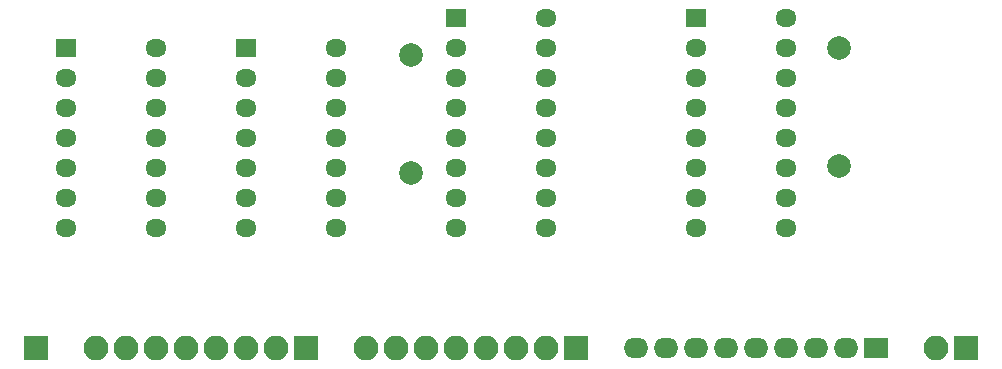
<source format=gbr>
%TF.GenerationSoftware,KiCad,Pcbnew,(5.1.8)-1*%
%TF.CreationDate,2022-11-12T22:48:18+03:00*%
%TF.ProjectId,MUL1,4d554c31-2e6b-4696-9361-645f70636258,rev?*%
%TF.SameCoordinates,Original*%
%TF.FileFunction,Soldermask,Top*%
%TF.FilePolarity,Negative*%
%FSLAX46Y46*%
G04 Gerber Fmt 4.6, Leading zero omitted, Abs format (unit mm)*
G04 Created by KiCad (PCBNEW (5.1.8)-1) date 2022-11-12 22:48:18*
%MOMM*%
%LPD*%
G01*
G04 APERTURE LIST*
%ADD10C,2.000000*%
%ADD11O,1.800000X1.500000*%
%ADD12R,1.800000X1.500000*%
%ADD13O,2.100000X2.100000*%
%ADD14R,2.100000X2.100000*%
%ADD15O,2.100000X1.700000*%
%ADD16R,2.100000X1.700000*%
G04 APERTURE END LIST*
D10*
%TO.C,C2*%
X115570000Y-69055000D03*
X115570000Y-59055000D03*
%TD*%
%TO.C,C1*%
X151765000Y-68420000D03*
X151765000Y-58420000D03*
%TD*%
D11*
%TO.C,U4*%
X147320000Y-55880000D03*
X139700000Y-73660000D03*
X147320000Y-58420000D03*
X139700000Y-71120000D03*
X147320000Y-60960000D03*
X139700000Y-68580000D03*
X147320000Y-63500000D03*
X139700000Y-66040000D03*
X147320000Y-66040000D03*
X139700000Y-63500000D03*
X147320000Y-68580000D03*
X139700000Y-60960000D03*
X147320000Y-71120000D03*
X139700000Y-58420000D03*
X147320000Y-73660000D03*
D12*
X139700000Y-55880000D03*
%TD*%
D11*
%TO.C,U3*%
X109220000Y-58420000D03*
X101600000Y-73660000D03*
X109220000Y-60960000D03*
X101600000Y-71120000D03*
X109220000Y-63500000D03*
X101600000Y-68580000D03*
X109220000Y-66040000D03*
X101600000Y-66040000D03*
X109220000Y-68580000D03*
X101600000Y-63500000D03*
X109220000Y-71120000D03*
X101600000Y-60960000D03*
X109220000Y-73660000D03*
D12*
X101600000Y-58420000D03*
%TD*%
D11*
%TO.C,U2*%
X127000000Y-55880000D03*
X119380000Y-73660000D03*
X127000000Y-58420000D03*
X119380000Y-71120000D03*
X127000000Y-60960000D03*
X119380000Y-68580000D03*
X127000000Y-63500000D03*
X119380000Y-66040000D03*
X127000000Y-66040000D03*
X119380000Y-63500000D03*
X127000000Y-68580000D03*
X119380000Y-60960000D03*
X127000000Y-71120000D03*
X119380000Y-58420000D03*
X127000000Y-73660000D03*
D12*
X119380000Y-55880000D03*
%TD*%
D11*
%TO.C,U1*%
X93980000Y-58420000D03*
X86360000Y-73660000D03*
X93980000Y-60960000D03*
X86360000Y-71120000D03*
X93980000Y-63500000D03*
X86360000Y-68580000D03*
X93980000Y-66040000D03*
X86360000Y-66040000D03*
X93980000Y-68580000D03*
X86360000Y-63500000D03*
X93980000Y-71120000D03*
X86360000Y-60960000D03*
X93980000Y-73660000D03*
D12*
X86360000Y-58420000D03*
%TD*%
D13*
%TO.C,J5*%
X160020000Y-83820000D03*
D14*
X162560000Y-83820000D03*
%TD*%
%TO.C,J4*%
X83820000Y-83820000D03*
%TD*%
D13*
%TO.C,J3*%
X88900000Y-83820000D03*
X91440000Y-83820000D03*
X93980000Y-83820000D03*
X96520000Y-83820000D03*
X99060000Y-83820000D03*
X101600000Y-83820000D03*
X104140000Y-83820000D03*
D14*
X106680000Y-83820000D03*
%TD*%
D15*
%TO.C,J2*%
X134620000Y-83820000D03*
X137160000Y-83820000D03*
X139700000Y-83820000D03*
X142240000Y-83820000D03*
X144780000Y-83820000D03*
X147320000Y-83820000D03*
X149860000Y-83820000D03*
X152400000Y-83820000D03*
D16*
X154940000Y-83820000D03*
%TD*%
D13*
%TO.C,J1*%
X111760000Y-83820000D03*
X114300000Y-83820000D03*
X116840000Y-83820000D03*
X119380000Y-83820000D03*
X121920000Y-83820000D03*
X124460000Y-83820000D03*
X127000000Y-83820000D03*
D14*
X129540000Y-83820000D03*
%TD*%
M02*

</source>
